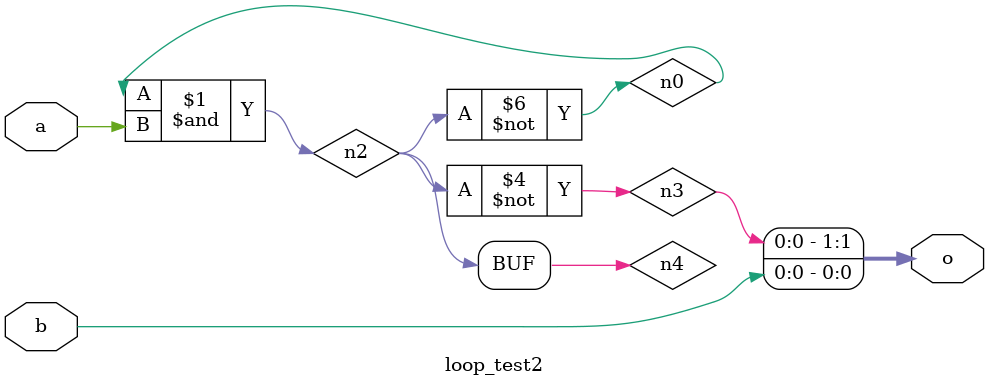
<source format=v>
`timescale 1ns /1ps

module loop_test2 ( o, a, b );
  output  [1:0] o;
  input  a;
  input  b;
  
  wire n0 ,n1,n2,n3,n4;
   
  nand	#(1.000) U1 ( n1, n0,a );
  not	#(1.000) U2 ( n2, n1 );
  not	#(1.000) U3 ( n3, n2 );
  not	#(1.000) U4 ( n4,n3 );
  not	#(1.000) U7 ( n0, n4 );
  
  buf	#(1.000) U8 (o[0], b );
  buf	#(1.000) U9 (o[1], n3 );
  
endmodule

</source>
